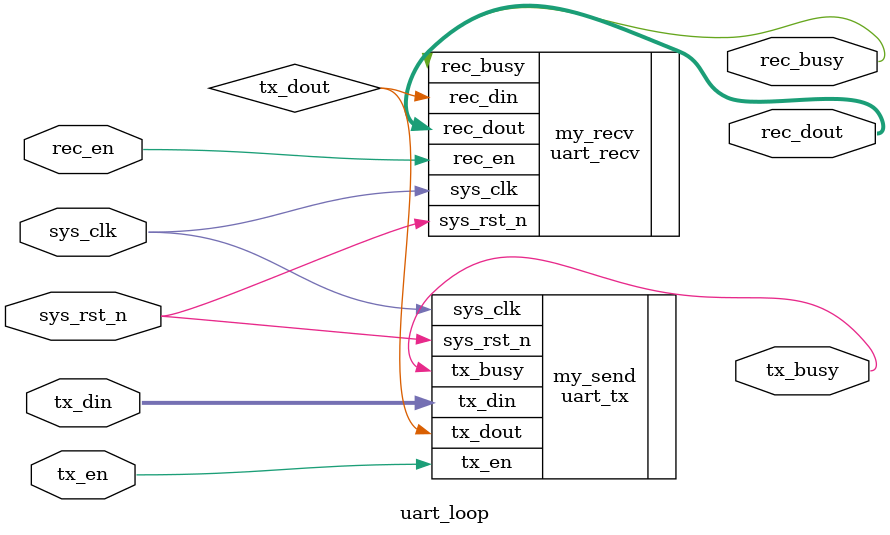
<source format=v>
`timescale 1ns/1ps

module uart_loop
(
    input	         sys_clk,                   //系统时钟
    input            sys_rst_n,                 //系统复位，低电平有效
     
    input            tx_en,
    input            rec_en,
    input     [7:0]  tx_din,

    output    [7:0]  rec_dout,
    output           tx_busy,
    output           rec_busy
    );


    parameter  CLK_FREQ = 50000000;
    parameter  UART_BPS = 115200;


    uart_tx my_send 
        (
        .sys_clk(sys_clk),
        .sys_rst_n(sys_rst_n),
        .tx_en(tx_en),
        .tx_din(tx_din),

        .tx_dout(tx_dout),
        .tx_busy(tx_busy)
        );

    uart_recv my_recv(
        .sys_clk(sys_clk),
        .sys_rst_n(sys_rst_n),
        .rec_en(rec_en),
        .rec_din(tx_dout),

        .rec_dout(rec_dout),
        .rec_busy(rec_busy)
    );

endmodule 
</source>
